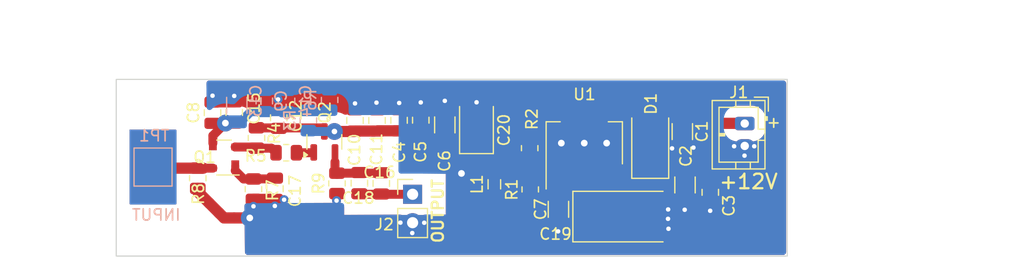
<source format=kicad_pcb>
(kicad_pcb (version 20241229) (generator "pcbnew") (generator_version "9.0")
  (layers (0 "F.Cu" signal) (2 "B.Cu" signal) (13 "F.Paste" user) (15 "B.Paste" user) (5 "F.SilkS" user "F.Silkscreen") (7 "B.SilkS" user "B.Silkscreen") (1 "F.Mask" user) (3 "B.Mask" user) (25 "Edge.Cuts" user))
  (net 0 "")
  (net 1 "GND")
  (net 2 "+12V")
  (net 3 "+11.4V")
  (net 4 "Net-(U1-ADJ)")
  (net 5 "Net-(Q1-G1)")
  (net 6 "Net-(J2-Pin_1)")
  (net 7 "Net-(Q2-E)")
  (net 8 "Net-(Q1-S)")
  (net 9 "Net-(Q1-D)")
  (net 10 "Net-(Q1-G2)")
  (net 11 "Net-(Q2-B)")
  (net 12 "+8V")
  (net 13 "Net-(U1-VO)")
  (footprint "Inductor_SMD:L_0805_2012Metric_Pad1.05x1.20mm_HandSolder" (layer "F.Cu") (at 166.32 103.54 90)
    (property "Reference" "L1" (at 0 -1.55 90) (layer "F.SilkS"))
    (property "Value" "2u")
    (fp_line (start -0.410242 -0.56) (end 0.410242 -0.56) (stroke (width 0.12)) (layer "F.SilkS"))
    (fp_line (start -0.410242 0.56) (end 0.410242 0.56) (stroke (width 0.12)) (layer "F.SilkS"))
    (pad "1" smd roundrect (at -1.15 0 90) (size 1.05 1.2) (layers "F.Cu" "F.Mask" "F.Paste") (roundrect_rratio 0.238095) (net 13 "Net-(U1-VO)"))
    (pad "2" smd roundrect (at 1.15 0 90) (size 1.05 1.2) (layers "F.Cu" "F.Mask" "F.Paste") (roundrect_rratio 0.238095) (net 12 "+8V"))
  )
  (footprint "Capacitor_SMD:C_1206_3216Metric" (layer "F.Cu") (at 172.05 105.78 -90)
    (property "Reference" "C7" (at 0 1.6 90) (layer "F.SilkS"))
    (property "Value" "10u/12V")
    (fp_line (start -0.711252 0.91) (end 0.711252 0.91) (stroke (width 0.12)) (layer "F.SilkS"))
    (fp_line (start -0.711252 -0.91) (end 0.711252 -0.91) (stroke (width 0.12)) (layer "F.SilkS"))
    (pad "1" smd roundrect (at -1.475 0 270) (size 1.15 1.8) (layers "F.Cu" "F.Mask" "F.Paste") (roundrect_rratio 0.2173913043) (net 4 "Net-(U1-ADJ)"))
    (pad "2" smd roundrect (at 1.475 0 270) (size 1.15 1.8) (layers "F.Cu" "F.Mask" "F.Paste") (roundrect_rratio 0.2173913043) (net 1 "GND"))
  )
  (footprint "Resistor_SMD:R_0805_2012Metric" (layer "F.Cu") (at 147.71 100.72 180)
    (property "Reference" "R5" (at 2.73 -0.28 0) (layer "F.SilkS"))
    (property "Value" "22")
    (fp_line (start -0.227064 0.735) (end 0.227064 0.735) (stroke (width 0.12)) (layer "F.SilkS"))
    (fp_line (start -0.227064 -0.735) (end 0.227064 -0.735) (stroke (width 0.12)) (layer "F.SilkS"))
    (pad "1" smd roundrect (at -0.9125 0 180) (size 1.025 1.4) (layers "F.Cu" "F.Mask" "F.Paste") (roundrect_rratio 0.243902439) (net 11 "Net-(Q2-B)"))
    (pad "2" smd roundrect (at 0.9125 0 180) (size 1.025 1.4) (layers "F.Cu" "F.Mask" "F.Paste") (roundrect_rratio 0.243902439) (net 9 "Net-(Q1-D)"))
  )
  (footprint "Capacitor_SMD:C_0805_2012Metric" (layer "F.Cu") (at 155.83 97.83 90)
    (property "Reference" "C11" (at -2.58 -0.05 90) (layer "F.SilkS"))
    (property "Value" "100n")
    (fp_line (start -0.261252 -0.735) (end 0.261252 -0.735) (stroke (width 0.12)) (layer "F.SilkS"))
    (fp_line (start -0.261252 0.735) (end 0.261252 0.735) (stroke (width 0.12)) (layer "F.SilkS"))
    (pad "1" smd roundrect (at -0.95 0 90) (size 1 1.45) (layers "F.Cu" "F.Mask" "F.Paste") (net 12 "+8V"))
    (pad "2" smd roundrect (at 0.95 0 90) (size 1 1.45) (layers "F.Cu" "F.Mask" "F.Paste") (net 1 "GND"))
  )
  (footprint "Package_TO_SOT_SMD:SOT-223-3_TabPin2" (layer "F.Cu") (at 174.36 99.86 90)
    (property "Reference" "U1" (at 4.36 0.02 0) (layer "F.SilkS"))
    (property "Value" "AMS1117")
    (fp_line (start 1.91 -3.41) (end 1.91 -2.15) (stroke (width 0.12)) (layer "F.SilkS"))
    (fp_line (start -4.1 -3.41) (end 1.91 -3.41) (stroke (width 0.12)) (layer "F.SilkS"))
    (fp_line (start 1.91 3.41) (end 1.91 2.15) (stroke (width 0.12)) (layer "F.SilkS"))
    (fp_line (start -1.85 3.41) (end 1.91 3.41) (stroke (width 0.12)) (layer "F.SilkS"))
    (pad "1" smd rect (at -3.15 -2.3 90) (size 2 1.5) (layers "F.Cu" "F.Mask" "F.Paste") (net 4 "Net-(U1-ADJ)"))
    (pad "2" smd rect (at -3.15 0 90) (size 2 1.5) (layers "F.Cu" "F.Mask" "F.Paste") (net 13 "Net-(U1-VO)"))
    (pad "2" smd rect (at 3.15 0 90) (size 2 3.8) (layers "F.Cu" "F.Mask" "F.Paste") (net 13 "Net-(U1-VO)"))
    (pad "3" smd rect (at -3.15 2.3 90) (size 2 1.5) (layers "F.Cu" "F.Mask" "F.Paste") (net 3 "+11.4V"))
  )
  (footprint "Capacitor_SMD:C_0805_2012Metric" (layer "F.Cu") (at 146.7 103.94 -90)
    (property "Reference" "C17" (at 0.2 -1.8 90) (layer "F.SilkS"))
    (property "Value" "100n")
    (fp_line (start -0.261252 0.735) (end 0.261252 0.735) (stroke (width 0.12)) (layer "F.SilkS"))
    (fp_line (start -0.261252 -0.735) (end 0.261252 -0.735) (stroke (width 0.12)) (layer "F.SilkS"))
    (pad "1" smd roundrect (at -0.95 0 270) (size 1 1.45) (layers "F.Cu" "F.Mask" "F.Paste") (net 8 "Net-(Q1-S)"))
    (pad "2" smd roundrect (at 0.95 0 270) (size 1 1.45) (layers "F.Cu" "F.Mask" "F.Paste") (net 1 "GND"))
  )
  (footprint "Capacitor_SMD:C_0805_2012Metric" (layer "F.Cu") (at 141.12 97.14 90)
    (property "Reference" "C8" (at 0 -1.71 90) (layer "F.SilkS"))
    (property "Value" "10n")
    (fp_line (start -0.261252 -0.735) (end 0.261252 -0.735) (stroke (width 0.12)) (layer "F.SilkS"))
    (fp_line (start -0.261252 0.735) (end 0.261252 0.735) (stroke (width 0.12)) (layer "F.SilkS"))
    (pad "1" smd roundrect (at -0.95 0 90) (size 1 1.45) (layers "F.Cu" "F.Mask" "F.Paste") (net 10 "Net-(Q1-G2)"))
    (pad "2" smd roundrect (at 0.95 0 90) (size 1 1.45) (layers "F.Cu" "F.Mask" "F.Paste") (net 1 "GND"))
  )
  (footprint "Capacitor_Tantalum_SMD:CP_EIA-3528-12_Kemet-T" (layer "F.Cu") (at 164.72 98.3375 90)
    (property "Reference" "C20" (at -0.355 2.46 90) (layer "F.SilkS"))
    (property "Value" "10u/16V")
    (fp_line (start 1.75 -1.51) (end -2.46 -1.51) (stroke (width 0.12)) (layer "F.SilkS"))
    (fp_line (start -2.46 -1.51) (end -2.46 1.51) (stroke (width 0.12)) (layer "F.SilkS"))
    (fp_line (start -2.46 1.51) (end 1.75 1.51) (stroke (width 0.12)) (layer "F.SilkS"))
    (pad "1" smd roundrect (at -1.5375 0 90) (size 1.325 2.35) (layers "F.Cu" "F.Mask" "F.Paste") (roundrect_rratio 0.188679) (net 12 "+8V"))
    (pad "2" smd roundrect (at 1.5375 0 90) (size 1.325 2.35) (layers "F.Cu" "F.Mask" "F.Paste") (roundrect_rratio 0.188679) (net 1 "GND"))
  )
  (footprint "Resistor_SMD:R_0805_2012Metric" (layer "F.Cu") (at 145.05 99.4 90)
    (property "Reference" "R4" (at 0.41 1.6 90) (layer "F.SilkS"))
    (property "Value" "1k3")
    (fp_line (start -0.227064 -0.735) (end 0.227064 -0.735) (stroke (width 0.12)) (layer "F.SilkS"))
    (fp_line (start -0.227064 0.735) (end 0.227064 0.735) (stroke (width 0.12)) (layer "F.SilkS"))
    (pad "1" smd roundrect (at -0.9125 0 90) (size 1.025 1.4) (layers "F.Cu" "F.Mask" "F.Paste") (roundrect_rratio 0.243902439) (net 9 "Net-(Q1-D)"))
    (pad "2" smd roundrect (at 0.9125 0 90) (size 1.025 1.4) (layers "F.Cu" "F.Mask" "F.Paste") (roundrect_rratio 0.243902439) (net 12 "+8V"))
  )
  (footprint "Package_TO_SOT_SMD:SOT-143" (layer "F.Cu") (at 142.15 101.15 180)
    (property "Reference" "Q1" (at 1.74 0.03 180) (layer "F.SilkS"))
    (property "Value" "BF994S")
    (fp_line (start 0.65 -1.56) (end -1.35 -1.56) (stroke (width 0.12)) (layer "F.SilkS"))
    (fp_line (start -0.65 1.56) (end 0.65 1.56) (stroke (width 0.12)) (layer "F.SilkS"))
    (pad "1" smd rect (at -1 -0.75 180) (size 0.7 1) (layers "F.Cu" "F.Mask" "F.Paste") (net 8 "Net-(Q1-S)"))
    (pad "2" smd rect (at -1 0.95 180) (size 0.7 0.6) (layers "F.Cu" "F.Mask" "F.Paste") (net 9 "Net-(Q1-D)"))
    (pad "3" smd rect (at 1 0.95 180) (size 0.7 0.6) (layers "F.Cu" "F.Mask" "F.Paste") (net 10 "Net-(Q1-G2)"))
    (pad "4" smd rect (at 1 -0.95 180) (size 0.7 0.6) (layers "F.Cu" "F.Mask" "F.Paste") (net 5 "Net-(Q1-G1)"))
  )
  (footprint "Capacitor_SMD:C_1206_3216Metric" (layer "F.Cu") (at 183.13 98.83 -90)
    (property "Reference" "C1" (at -0.01 -1.75 270) (layer "F.SilkS"))
    (property "Value" "100n")
    (fp_line (start -0.711252 0.91) (end 0.711252 0.91) (stroke (width 0.12)) (layer "F.SilkS"))
    (fp_line (start -0.711252 -0.91) (end 0.711252 -0.91) (stroke (width 0.12)) (layer "F.SilkS"))
    (pad "1" smd roundrect (at -1.475 0 270) (size 1.15 1.8) (layers "F.Cu" "F.Mask" "F.Paste") (roundrect_rratio 0.217391) (net 2 "+12V"))
    (pad "2" smd roundrect (at 1.475 0 270) (size 1.15 1.8) (layers "F.Cu" "F.Mask" "F.Paste") (roundrect_rratio 0.217391) (net 1 "GND"))
  )
  (footprint "Capacitor_SMD:C_0805_2012Metric" (layer "F.Cu") (at 154.25 103.44 -90)
    (property "Reference" "C18" (at 1.33 0.09 0) (layer "F.SilkS"))
    (property "Value" "330n")
    (fp_line (start -0.261252 0.735) (end 0.261252 0.735) (stroke (width 0.12)) (layer "F.SilkS"))
    (fp_line (start -0.261252 -0.735) (end 0.261252 -0.735) (stroke (width 0.12)) (layer "F.SilkS"))
    (pad "1" smd roundrect (at -0.95 0 270) (size 1 1.45) (layers "F.Cu" "F.Mask" "F.Paste") (net 7 "Net-(Q2-E)"))
    (pad "2" smd roundrect (at 0.95 0 270) (size 1 1.45) (layers "F.Cu" "F.Mask" "F.Paste") (net 6 "Net-(J2-Pin_1)"))
  )
  (footprint "Connector_PinHeader_2.54mm:PinHeader_1x02_P2.54mm_Vertical" (layer "F.Cu") (at 159.01 104.435)
    (property "Reference" "J2" (at -2.53 2.705 0) (layer "F.SilkS"))
    (property "Value" "Conn_01x02_Female")
    (fp_line (start -1.33 -1.33) (end 0 -1.33) (stroke (width 0.12)) (layer "F.SilkS"))
    (fp_line (start -1.33 0) (end -1.33 -1.33) (stroke (width 0.12)) (layer "F.SilkS"))
    (fp_line (start -1.33 1.27) (end -1.33 3.87) (stroke (width 0.12)) (layer "F.SilkS"))
    (fp_line (start -1.33 1.27) (end 1.33 1.27) (stroke (width 0.12)) (layer "F.SilkS"))
    (fp_line (start -1.33 3.87) (end 1.33 3.87) (stroke (width 0.12)) (layer "F.SilkS"))
    (fp_line (start 1.33 1.27) (end 1.33 3.87) (stroke (width 0.12)) (layer "F.SilkS"))
    (pad "1" thru_hole rect (at 0 0) (size 1.7 1.7) (drill 1) (layers "*.Cu" "*.Mask") (net 6 "Net-(J2-Pin_1)"))
    (pad "2" thru_hole oval (at 0 2.54) (size 1.7 1.7) (drill 1) (layers "*.Cu" "*.Mask") (net 1 "GND"))
  )
  (footprint "Capacitor_SMD:C_0805_2012Metric" (layer "F.Cu") (at 147.04 97.59 90)
    (property "Reference" "C12" (at 0.15 1.53 90) (layer "F.SilkS"))
    (property "Value" "1n")
    (fp_line (start -0.261252 -0.735) (end 0.261252 -0.735) (stroke (width 0.12)) (layer "F.SilkS"))
    (fp_line (start -0.261252 0.735) (end 0.261252 0.735) (stroke (width 0.12)) (layer "F.SilkS"))
    (pad "1" smd roundrect (at -0.95 0 90) (size 1 1.45) (layers "F.Cu" "F.Mask" "F.Paste") (net 12 "+8V"))
    (pad "2" smd roundrect (at 0.95 0 90) (size 1 1.45) (layers "F.Cu" "F.Mask" "F.Paste") (net 1 "GND"))
  )
  (footprint "Capacitor_SMD:C_0805_2012Metric" (layer "F.Cu") (at 159.74 97.81 90)
    (property "Reference" "C5" (at -2.83 -0.03 90) (layer "F.SilkS"))
    (property "Value" "100n")
    (fp_line (start -0.261252 -0.735) (end 0.261252 -0.735) (stroke (width 0.12)) (layer "F.SilkS"))
    (fp_line (start -0.261252 0.735) (end 0.261252 0.735) (stroke (width 0.12)) (layer "F.SilkS"))
    (pad "1" smd roundrect (at -0.95 0 90) (size 1 1.45) (layers "F.Cu" "F.Mask" "F.Paste") (net 12 "+8V"))
    (pad "2" smd roundrect (at 0.95 0 90) (size 1 1.45) (layers "F.Cu" "F.Mask" "F.Paste") (net 1 "GND"))
  )
  (footprint "Capacitor_SMD:C_1206_3216Metric" (layer "F.Cu") (at 183.37 103.6 -90)
    (property "Reference" "C2" (at -2.58 -0.08 90) (layer "F.SilkS"))
    (property "Value" "1u")
    (fp_line (start -0.711252 0.91) (end 0.711252 0.91) (stroke (width 0.12)) (layer "F.SilkS"))
    (fp_line (start -0.711252 -0.91) (end 0.711252 -0.91) (stroke (width 0.12)) (layer "F.SilkS"))
    (pad "1" smd roundrect (at -1.475 0 270) (size 1.15 1.8) (layers "F.Cu" "F.Mask" "F.Paste") (roundrect_rratio 0.2173913043) (net 3 "+11.4V"))
    (pad "2" smd roundrect (at 1.475 0 270) (size 1.15 1.8) (layers "F.Cu" "F.Mask" "F.Paste") (roundrect_rratio 0.2173913043) (net 1 "GND"))
  )
  (footprint "Connector_JST:JST_PH_B2B-PH-K_1x02_P2.00mm_Vertical" (layer "F.Cu") (at 188.71 98.11 -90)
    (property "Reference" "J1" (at -2.79 0.53 180) (layer "F.SilkS"))
    (property "Value" "Conn_01x02_Female")
    (fp_line (start -2.06 2.91) (end 4.06 2.91) (stroke (width 0.12)) (layer "F.SilkS"))
    (fp_line (start 4.06 2.91) (end 4.06 -1.81) (stroke (width 0.12)) (layer "F.SilkS"))
    (fp_line (start -1.45 2.3) (end 3.45 2.3) (stroke (width 0.12)) (layer "F.SilkS"))
    (fp_line (start 0.9 2.3) (end 0.9 1.8) (stroke (width 0.12)) (layer "F.SilkS"))
    (fp_line (start 1 2.3) (end 1 1.8) (stroke (width 0.12)) (layer "F.SilkS"))
    (fp_line (start 3.45 2.3) (end 3.45 -1.2) (stroke (width 0.12)) (layer "F.SilkS"))
    (fp_line (start 0.9 1.8) (end 1.1 1.8) (stroke (width 0.12)) (layer "F.SilkS"))
    (fp_line (start 1.1 1.8) (end 1.1 2.3) (stroke (width 0.12)) (layer "F.SilkS"))
    (fp_line (start -2.06 0.8) (end -1.45 0.8) (stroke (width 0.12)) (layer "F.SilkS"))
    (fp_line (start 4.06 0.8) (end 3.45 0.8) (stroke (width 0.12)) (layer "F.SilkS"))
    (fp_line (start -2.06 -0.5) (end -1.45 -0.5) (stroke (width 0.12)) (layer "F.SilkS"))
    (fp_line (start 4.06 -0.5) (end 3.45 -0.5) (stroke (width 0.12)) (layer "F.SilkS"))
    (fp_line (start -1.45 -1.2) (end -1.45 2.3) (stroke (width 0.12)) (layer "F.SilkS"))
    (fp_line (start 0.5 -1.2) (end -1.45 -1.2) (stroke (width 0.12)) (layer "F.SilkS"))
    (fp_line (start 1.5 -1.2) (end 1.5 -1.81) (stroke (width 0.12)) (layer "F.SilkS"))
    (fp_line (start 3.45 -1.2) (end 1.5 -1.2) (stroke (width 0.12)) (layer "F.SilkS"))
    (fp_line (start -2.06 -1.81) (end -2.06 2.91) (stroke (width 0.12)) (layer "F.SilkS"))
    (fp_line (start -0.3 -1.81) (end -0.3 -2.01) (stroke (width 0.12)) (layer "F.SilkS"))
    (fp_line (start 0.5 -1.81) (end 0.5 -1.2) (stroke (width 0.12)) (layer "F.SilkS"))
    (fp_line (start 4.06 -1.81) (end -2.06 -1.81) (stroke (width 0.12)) (layer "F.SilkS"))
    (fp_line (start -0.3 -1.91) (end -0.6 -1.91) (stroke (width 0.12)) (layer "F.SilkS"))
    (fp_line (start -0.6 -2.01) (end -0.6 -1.81) (stroke (width 0.12)) (layer "F.SilkS"))
    (fp_line (start -0.3 -2.01) (end -0.6 -2.01) (stroke (width 0.12)) (layer "F.SilkS"))
    (fp_line (start -2.36 -2.11) (end -2.36 -0.86) (stroke (width 0.12)) (layer "F.SilkS"))
    (fp_line (start -1.11 -2.11) (end -2.36 -2.11) (stroke (width 0.12)) (layer "F.SilkS"))
    (pad "1" thru_hole roundrect (at 0 0 270) (size 1.2 1.75) (drill 0.75) (layers "*.Cu" "*.Mask") (roundrect_rratio 0.2083333333) (net 2 "+12V"))
    (pad "2" thru_hole oval (at 2 0 270) (size 1.2 1.75) (drill 0.75) (layers "*.Cu" "*.Mask") (net 1 "GND"))
  )
  (footprint "Capacitor_Tantalum_SMD:CP_EIA-7343-43_Kemet-X" (layer "F.Cu") (at 177.7525 106.43)
    (property "Reference" "C19" (at -5.9625 1.56 0) (layer "F.SilkS"))
    (property "Value" "47u/16V")
    (fp_line (start -4.41 -2.26) (end -4.41 2.26) (stroke (width 0.12)) (layer "F.SilkS"))
    (fp_line (start -4.41 2.26) (end 3.65 2.26) (stroke (width 0.12)) (layer "F.SilkS"))
    (fp_line (start 3.65 -2.26) (end -4.41 -2.26) (stroke (width 0.12)) (layer "F.SilkS"))
    (pad "1" smd roundrect (at -3.1125 0) (size 2.075 2.55) (layers "F.Cu" "F.Mask" "F.Paste") (roundrect_rratio 0.120482) (net 13 "Net-(U1-VO)"))
    (pad "2" smd roundrect (at 3.1125 0) (size 2.075 2.55) (layers "F.Cu" "F.Mask" "F.Paste") (roundrect_rratio 0.120482) (net 1 "GND"))
  )
  (footprint "Capacitor_SMD:C_0805_2012Metric" (layer "F.Cu") (at 153.86 97.83 90)
    (property "Reference" "C10" (at -2.63 -0.05 90) (layer "F.SilkS"))
    (property "Value" "1n")
    (fp_line (start -0.261252 -0.735) (end 0.261252 -0.735) (stroke (width 0.12)) (layer "F.SilkS"))
    (fp_line (start -0.261252 0.735) (end 0.261252 0.735) (stroke (width 0.12)) (layer "F.SilkS"))
    (pad "1" smd roundrect (at -0.95 0 90) (size 1 1.45) (layers "F.Cu" "F.Mask" "F.Paste") (net 12 "+8V"))
    (pad "2" smd roundrect (at 0.95 0 90) (size 1 1.45) (layers "F.Cu" "F.Mask" "F.Paste") (net 1 "GND"))
  )
  (footprint "Resistor_SMD:R_0805_2012Metric" (layer "F.Cu") (at 169.48 100.31 90)
    (property "Reference" "R2" (at 2.6 0.2 90) (layer "F.SilkS"))
    (property "Value" "1k3")
    (fp_line (start -0.227064 -0.735) (end 0.227064 -0.735) (stroke (width 0.12)) (layer "F.SilkS"))
    (fp_line (start -0.227064 0.735) (end 0.227064 0.735) (stroke (width 0.12)) (layer "F.SilkS"))
    (pad "1" smd roundrect (at -0.9125 0 90) (size 1.025 1.4) (layers "F.Cu" "F.Mask" "F.Paste") (roundrect_rratio 0.243902439) (net 4 "Net-(U1-ADJ)"))
    (pad "2" smd roundrect (at 0.9125 0 90) (size 1.025 1.4) (layers "F.Cu" "F.Mask" "F.Paste") (roundrect_rratio 0.243902439) (net 1 "GND"))
  )
  (footprint "Capacitor_SMD:C_0805_2012Metric" (layer "F.Cu") (at 157.8 97.82 90)
    (property "Reference" "C4" (at -2.86 0.02 90) (layer "F.SilkS"))
    (property "Value" "4.7u")
    (fp_line (start -0.261252 -0.735) (end 0.261252 -0.735) (stroke (width 0.12)) (layer "F.SilkS"))
    (fp_line (start -0.261252 0.735) (end 0.261252 0.735) (stroke (width 0.12)) (layer "F.SilkS"))
    (pad "1" smd roundrect (at -0.95 0 90) (size 1 1.45) (layers "F.Cu" "F.Mask" "F.Paste") (net 12 "+8V"))
    (pad "2" smd roundrect (at 0.95 0 90) (size 1 1.45) (layers "F.Cu" "F.Mask" "F.Paste") (net 1 "GND"))
  )
  (footprint "Resistor_SMD:R_0805_2012Metric" (layer "F.Cu") (at 139.8 103 90)
    (property "Reference" "R8" (at -1.4 0.05 90) (layer "F.SilkS"))
    (property "Value" "10M")
    (fp_line (start -0.227064 -0.735) (end 0.227064 -0.735) (stroke (width 0.12)) (layer "F.SilkS"))
    (fp_line (start -0.227064 0.735) (end 0.227064 0.735) (stroke (width 0.12)) (layer "F.SilkS"))
    (pad "1" smd roundrect (at -0.9125 0 90) (size 1.025 1.4) (layers "F.Cu" "F.Mask" "F.Paste") (roundrect_rratio 0.243902439) (net 1 "GND"))
    (pad "2" smd roundrect (at 0.9125 0 90) (size 1.025 1.4) (layers "F.Cu" "F.Mask" "F.Paste") (roundrect_rratio 0.243902439) (net 5 "Net-(Q1-G1)"))
  )
  (footprint "Resistor_SMD:R_0805_2012Metric" (layer "F.Cu") (at 152.25 103.46 90)
    (property "Reference" "R9" (at 0 -1.65 90) (layer "F.SilkS"))
    (property "Value" "160")
    (fp_line (start -0.227064 -0.735) (end 0.227064 -0.735) (stroke (width 0.12)) (layer "F.SilkS"))
    (fp_line (start -0.227064 0.735) (end 0.227064 0.735) (stroke (width 0.12)) (layer "F.SilkS"))
    (pad "1" smd roundrect (at -0.9125 0 90) (size 1.025 1.4) (layers "F.Cu" "F.Mask" "F.Paste") (roundrect_rratio 0.243902439) (net 1 "GND"))
    (pad "2" smd roundrect (at 0.9125 0 90) (size 1.025 1.4) (layers "F.Cu" "F.Mask" "F.Paste") (roundrect_rratio 0.243902439) (net 7 "Net-(Q2-E)"))
  )
  (footprint "Resistor_SMD:R_0805_2012Metric" (layer "F.Cu") (at 169.53 104 90)
    (property "Reference" "R1" (at -0.02 -1.65 90) (layer "F.SilkS"))
    (property "Value" "240")
    (fp_line (start -0.227064 -0.735) (end 0.227064 -0.735) (stroke (width 0.12)) (layer "F.SilkS"))
    (fp_line (start -0.227064 0.735) (end 0.227064 0.735) (stroke (width 0.12)) (layer "F.SilkS"))
    (pad "1" smd roundrect (at -0.9125 0 90) (size 1.025 1.4) (layers "F.Cu" "F.Mask" "F.Paste") (roundrect_rratio 0.243902439) (net 13 "Net-(U1-VO)"))
    (pad "2" smd roundrect (at 0.9125 0 90) (size 1.025 1.4) (layers "F.Cu" "F.Mask" "F.Paste") (roundrect_rratio 0.243902439) (net 4 "Net-(U1-ADJ)"))
  )
  (footprint "Capacitor_SMD:C_0805_2012Metric" (layer "F.Cu") (at 156.21 103.46 -90)
    (property "Reference" "C16" (at -0.99 0.16 180) (layer "F.SilkS"))
    (property "Value" "1n")
    (fp_line (start -0.261252 0.735) (end 0.261252 0.735) (stroke (width 0.12)) (layer "F.SilkS"))
    (fp_line (start -0.261252 -0.735) (end 0.261252 -0.735) (stroke (width 0.12)) (layer "F.SilkS"))
    (pad "1" smd roundrect (at -0.95 0 270) (size 1 1.45) (layers "F.Cu" "F.Mask" "F.Paste") (net 7 "Net-(Q2-E)"))
    (pad "2" smd roundrect (at 0.95 0 270) (size 1 1.45) (layers "F.Cu" "F.Mask" "F.Paste") (net 6 "Net-(J2-Pin_1)"))
  )
  (footprint "Resistor_SMD:R_0805_2012Metric" (layer "F.Cu") (at 144.78 103.9775 90)
    (property "Reference" "R7" (at -0.1 1.7 90) (layer "F.SilkS"))
    (property "Value" "51")
    (fp_line (start -0.227064 -0.735) (end 0.227064 -0.735) (stroke (width 0.12)) (layer "F.SilkS"))
    (fp_line (start -0.227064 0.735) (end 0.227064 0.735) (stroke (width 0.12)) (layer "F.SilkS"))
    (pad "1" smd roundrect (at -0.9125 0 90) (size 1.025 1.4) (layers "F.Cu" "F.Mask" "F.Paste") (roundrect_rratio 0.243902439) (net 1 "GND"))
    (pad "2" smd roundrect (at 0.9125 0 90) (size 1.025 1.4) (layers "F.Cu" "F.Mask" "F.Paste") (roundrect_rratio 0.243902439) (net 8 "Net-(Q1-S)"))
  )
  (footprint "Capacitor_SMD:C_1206_3216Metric" (layer "F.Cu") (at 161.89 98.23 90)
    (property "Reference" "C6" (at -3.23 -0.03 90) (layer "F.SilkS"))
    (property "Value" "10u/12V")
    (fp_line (start -0.711252 -0.91) (end 0.711252 -0.91) (stroke (width 0.12)) (layer "F.SilkS"))
    (fp_line (start -0.711252 0.91) (end 0.711252 0.91) (stroke (width 0.12)) (layer "F.SilkS"))
    (pad "1" smd roundrect (at -1.475 0 90) (size 1.15 1.8) (layers "F.Cu" "F.Mask" "F.Paste") (roundrect_rratio 0.2173913043) (net 12 "+8V"))
    (pad "2" smd roundrect (at 1.475 0 90) (size 1.15 1.8) (layers "F.Cu" "F.Mask" "F.Paste") (roundrect_rratio 0.2173913043) (net 1 "GND"))
  )
  (footprint "Capacitor_SMD:C_0805_2012Metric" (layer "F.Cu") (at 143.06 97.12 90)
    (property "Reference" "C15" (at 0.36 1.77 90) (layer "F.SilkS"))
    (property "Value" "1n")
    (fp_line (start -0.261252 -0.735) (end 0.261252 -0.735) (stroke (width 0.12)) (layer "F.SilkS"))
    (fp_line (start -0.261252 0.735) (end 0.261252 0.735) (stroke (width 0.12)) (layer "F.SilkS"))
    (pad "1" smd roundrect (at -0.95 0 90) (size 1 1.45) (layers "F.Cu" "F.Mask" "F.Paste") (net 10 "Net-(Q1-G2)"))
    (pad "2" smd roundrect (at 0.95 0 90) (size 1 1.45) (layers "F.Cu" "F.Mask" "F.Paste") (net 1 "GND"))
  )
  (footprint "Capacitor_SMD:C_0805_2012Metric" (layer "F.Cu") (at 185.63 104.26 -90)
    (property "Reference" "C3" (at 1.2 -1.66 90) (layer "F.SilkS"))
    (property "Value" "100n")
    (fp_line (start -0.261252 0.735) (end 0.261252 0.735) (stroke (width 0.12)) (layer "F.SilkS"))
    (fp_line (start -0.261252 -0.735) (end 0.261252 -0.735) (stroke (width 0.12)) (layer "F.SilkS"))
    (pad "1" smd roundrect (at -0.95 0 270) (size 1 1.45) (layers "F.Cu" "F.Mask" "F.Paste") (net 3 "+11.4V"))
    (pad "2" smd roundrect (at 0.95 0 270) (size 1 1.45) (layers "F.Cu" "F.Mask" "F.Paste") (net 1 "GND"))
  )
  (footprint "Package_TO_SOT_SMD:SOT-23" (layer "F.Cu") (at 151.12 99.7525 90)
    (property "Reference" "Q2" (at 2.6425 0.04 90) (layer "F.SilkS"))
    (property "Value" "BFR93A")
    (fp_line (start 0 -1.56) (end 0.65 -1.56) (stroke (width 0.12)) (layer "F.SilkS"))
    (fp_line (start 0 -1.56) (end -0.65 -1.56) (stroke (width 0.12)) (layer "F.SilkS"))
    (fp_line (start 0 1.56) (end 0.65 1.56) (stroke (width 0.12)) (layer "F.SilkS"))
    (fp_line (start 0 1.56) (end -0.65 1.56) (stroke (width 0.12)) (layer "F.SilkS"))
    (fp_poly (pts (xy -1.1625 -1.51) (xy -1.4025 -1.84) (xy -0.9225 -1.84) (xy -1.1625 -1.51)) (stroke (width 0.12)) (fill yes) (layer "F.SilkS"))
    (pad "1" smd roundrect (at -0.9375 -0.95 90) (size 1.475 0.6) (layers "F.Cu" "F.Mask" "F.Paste") (net 11 "Net-(Q2-B)"))
    (pad "2" smd roundrect (at -0.9375 0.95 90) (size 1.475 0.6) (layers "F.Cu" "F.Mask" "F.Paste") (net 7 "Net-(Q2-E)"))
    (pad "3" smd roundrect (at 0.9375 0 90) (size 1.475 0.6) (layers "F.Cu" "F.Mask" "F.Paste") (net 12 "+8V"))
  )
  (footprint "Diode_SMD:D_SMA" (layer "F.Cu") (at 180.26 99.61 90)
    (property "Reference" "D1" (at 3.27 0.06 90) (layer "F.SilkS"))
    (property "Value" "US1M")
    (fp_line (start -3.4 -1.65) (end 2 -1.65) (stroke (width 0.12)) (layer "F.SilkS"))
    (fp_line (start -3.4 -1.65) (end -3.4 1.65) (stroke (width 0.12)) (layer "F.SilkS"))
    (fp_line (start -3.4 1.65) (end 2 1.65) (stroke (width 0.12)) (layer "F.SilkS"))
    (pad "1" smd rect (at -2 0 90) (size 2.5 1.8) (layers "F.Cu" "F.Mask" "F.Paste") (net 3 "+11.4V"))
    (pad "2" smd rect (at 2 0 90) (size 2.5 1.8) (layers "F.Cu" "F.Mask" "F.Paste") (net 2 "+12V"))
  )
  (footprint "TestPoint:TestPoint_Pad_3.0x3.0mm" (layer "B.Cu") (at 135.8 102 180)
    (property "Reference" "TP1" (at -0.1 2.8 0) (layer "B.SilkS") (effects (justify mirror)))
    (property "Value" "TestPoint_Probe")
    (fp_line (start 1.7 1.7) (end 1.7 -1.7) (stroke (width 0.12)) (layer "B.SilkS"))
    (fp_line (start 1.7 -1.7) (end -1.7 -1.7) (stroke (width 0.12)) (layer "B.SilkS"))
    (fp_line (start -1.7 1.7) (end 1.7 1.7) (stroke (width 0.12)) (layer "B.SilkS"))
    (fp_line (start -1.7 -1.7) (end -1.7 1.7) (stroke (width 0.12)) (layer "B.SilkS"))
    (pad "1" smd rect (at 0 0 180) (size 3 3) (layers "B.Cu" "B.Mask") (net 5 "Net-(Q1-G1)"))
  )
  (footprint "Resistor_SMD:R_0805_2012Metric" (layer "B.Cu") (at 149.69 97.83 -90)
    (property "Reference" "R3" (at 0 1.65 90) (layer "B.SilkS") (effects (justify mirror)))
    (property "Value" "10k")
    (fp_line (start -0.227064 0.735) (end 0.227064 0.735) (stroke (width 0.12)) (layer "B.SilkS"))
    (fp_line (start -0.227064 -0.735) (end 0.227064 -0.735) (stroke (width 0.12)) (layer "B.SilkS"))
    (pad "1" smd roundrect (at -0.9125 0 270) (size 1.025 1.4) (layers "B.Cu" "B.Mask" "B.Paste") (roundrect_rratio 0.243902439) (net 10 "Net-(Q1-G2)"))
    (pad "2" smd roundrect (at 0.9125 0 270) (size 1.025 1.4) (layers "B.Cu" "B.Mask" "B.Paste") (roundrect_rratio 0.243902439) (net 12 "+8V"))
  )
  (footprint "Resistor_SMD:R_0805_2012Metric" (layer "B.Cu") (at 151.59 96 -90)
    (property "Reference" "R6" (at 0 1.7 90) (layer "B.SilkS") (effects (justify mirror)))
    (property "Value" "10k")
    (fp_line (start -0.227064 0.735) (end 0.227064 0.735) (stroke (width 0.12)) (layer "B.SilkS"))
    (fp_line (start -0.227064 -0.735) (end 0.227064 -0.735) (stroke (width 0.12)) (layer "B.SilkS"))
    (pad "1" smd roundrect (at -0.9125 0 270) (size 1.025 1.4) (layers "B.Cu" "B.Mask" "B.Paste") (roundrect_rratio 0.243902439) (net 1 "GND"))
    (pad "2" smd roundrect (at 0.9125 0 270) (size 1.025 1.4) (layers "B.Cu" "B.Mask" "B.Paste") (roundrect_rratio 0.243902439) (net 10 "Net-(Q1-G2)"))
  )
  (footprint "Capacitor_SMD:C_0805_2012Metric" (layer "B.Cu") (at 145.75 96.09 90)
    (property "Reference" "C9" (at 0 1.5 90) (layer "B.SilkS") (effects (justify mirror)))
    (property "Value" "1n")
    (fp_line (start -0.261252 -0.735) (end 0.261252 -0.735) (stroke (width 0.12)) (layer "B.SilkS"))
    (fp_line (start -0.261252 0.735) (end 0.261252 0.735) (stroke (width 0.12)) (layer "B.SilkS"))
    (pad "1" smd roundrect (at -0.95 0 90) (size 1 1.45) (layers "B.Cu" "B.Mask" "B.Paste") (net 10 "Net-(Q1-G2)"))
    (pad "2" smd roundrect (at 0.95 0 90) (size 1 1.45) (layers "B.Cu" "B.Mask" "B.Paste") (net 1 "GND"))
  )
  (footprint "Capacitor_SMD:C_1206_3216Metric" (layer "B.Cu") (at 143.29 96.48 90)
    (property "Reference" "C13" (at 0.4 1.7 90) (layer "B.SilkS") (effects (justify mirror)))
    (property "Value" "10u")
    (fp_line (start -0.711252 -0.91) (end 0.711252 -0.91) (stroke (width 0.12)) (layer "B.SilkS"))
    (fp_line (start -0.711252 0.91) (end 0.711252 0.91) (stroke (width 0.12)) (layer "B.SilkS"))
    (pad "1" smd roundrect (at -1.475 0 90) (size 1.15 1.8) (layers "B.Cu" "B.Mask" "B.Paste") (roundrect_rratio 0.2173913043) (net 10 "Net-(Q1-G2)"))
    (pad "2" smd roundrect (at 1.475 0 90) (size 1.15 1.8) (layers "B.Cu" "B.Mask" "B.Paste") (roundrect_rratio 0.2173913043) (net 1 "GND"))
  )
  (footprint "Capacitor_SMD:C_0805_2012Metric" (layer "B.Cu") (at 147.74 96.1 90)
    (property "Reference" "C14" (at 0 1.7 90) (layer "B.SilkS") (effects (justify mirror)))
    (property "Value" "10n")
    (fp_line (start -0.261252 -0.735) (end 0.261252 -0.735) (stroke (width 0.12)) (layer "B.SilkS"))
    (fp_line (start -0.261252 0.735) (end 0.261252 0.735) (stroke (width 0.12)) (layer "B.SilkS"))
    (pad "1" smd roundrect (at -0.95 0 90) (size 1 1.45) (layers "B.Cu" "B.Mask" "B.Paste") (net 10 "Net-(Q1-G2)"))
    (pad "2" smd roundrect (at 0.95 0 90) (size 1 1.45) (layers "B.Cu" "B.Mask" "B.Paste") (net 1 "GND"))
  )
  (gr_rect (start 133.8 98.75) (end 137.8 105.25) (stroke (width 0.2)) (fill yes) (layer "F.Cu") (net 5))
  (gr_rect (start 133.8 98.75) (end 137.8 105.25) (stroke (width 0.2)) (fill yes) (layer "B.Cu") (net 5))
  (gr_rect (start 132.51 94.16) (end 192.51 109.96) (stroke (width 0.1)) (fill no) (layer "Edge.Cuts"))
  (gr_text "+" (at 191.3 97.98 0) (layer "F.SilkS") (effects (font (size 1 1))))
  (gr_text "+12V" (at 189.05 103.3 0) (layer "F.SilkS") (effects (font (size 1.3 1.3) (thickness 0.2))))
  (gr_text "OUTPUT" (at 161.27 105.93 90) (layer "F.SilkS") (effects (font (size 1 1) (thickness 0.2))))
  (gr_text "INPUT" (at 136.09 106.28 0) (layer "B.SilkS") (effects (font (size 1 1)) (justify mirror)))
  (segment (start 141.12 96.19) (end 141.12 95.62) (width 1) (layer "F.Cu") (net 1))
  (segment (start 143.05 106.55) (end 142.15 106.55) (width 1) (layer "F.Cu") (net 1))
  (segment (start 144.01 106.55) (end 143.05 106.55) (width 1) (layer "F.Cu") (net 1))
  (segment (start 142.15 106.55) (end 141.705 106.105) (width 1) (layer "F.Cu") (net 1))
  (segment (start 139.955 104.355) (end 139.8 104.2) (width 1) (layer "F.Cu") (net 1))
  (segment (start 143.06 96.17) (end 143.06 95.64) (width 1) (layer "F.Cu") (net 1))
  (segment (start 140.82 105.22) (end 139.955 104.355) (width 1) (layer "F.Cu") (net 1))
  (segment (start 146.64 104.89) (end 146.7 104.89) (width 0.5) (layer "F.Cu") (net 1))
  (segment (start 146.7 104.89) (end 146.63 104.96) (width 0.5) (layer "F.Cu") (net 1))
  (segment (start 141.12 96.19) (end 141.14 96.17) (width 1) (layer "F.Cu") (net 1))
  (segment (start 146.63 104.96) (end 146.49 104.96) (width 0.5) (layer "F.Cu") (net 1))
  (segment (start 139.8 104.2) (end 139.8 103.9125) (width 1) (layer "F.Cu") (net 1))
  (segment (start 144.78 104.89) (end 146.64 104.89) (width 1) (layer "F.Cu") (net 1))
  (segment (start 141.14 96.17) (end 143.06 96.17) (width 1) (layer "F.Cu") (net 1))
  (segment (start 144.45 106.55) (end 144.01 106.55) (width 1) (layer "F.Cu") (net 1))
  (segment (start 141.705 106.105) (end 140.82 105.22) (width 1) (layer "F.Cu") (net 1))
  (via (at 146.98 95.95) (size 0.8) (drill 0.4) (layers "F.Cu" "B.Cu") (net 1))
  (via (at 161.89 96.08) (size 0.8) (drill 0.4) (layers "F.Cu" "B.Cu") (net 1))
  (via (at 185.62 105.91) (size 0.8) (drill 0.4) (layers "F.Cu" "B.Cu") (net 1))
  (via (at 181.89 107.52) (size 0.8) (drill 0.4) (layers "F.Cu" "B.Cu") (net 1))
  (via (at 182.21 100.33) (size 0.8) (drill 0.4) (layers "F.Cu" "B.Cu") (net 1))
  (via (at 184.12 100.26) (size 0.8) (drill 0.4) (layers "F.Cu" "B.Cu") (net 1))
  (via (at 157.81 96.27) (size 0.8) (drill 0.4) (layers "F.Cu" "B.Cu") (net 1))
  (via (at 141.12 95.62) (size 0.8) (drill 0.4) (layers "F.Cu" "B.Cu") (net 1))
  (via (at 160.05 106.98) (size 0.8) (drill 0.4) (layers "F.Cu" "B.Cu") (net 1))
  (via (at 189.56 100.14) (size 0.8) (drill 0.4) (layers "F.Cu" "B.Cu") (net 1))
  (via (at 181.85 106.63) (size 0.8) (drill 0.4) (layers "F.Cu" "B.Cu") (net 1))
  (via (at 172.02 107.75) (size 0.8) (drill 0.4) (layers "F.Cu" "B.Cu") (net 1))
  (via (at 143.06 95.64) (size 0.8) (drill 0.4) (layers "F.Cu" "B.Cu") (net 1))
  (via (at 176.36 99.86) (size 1.5) (drill 0.6) (layers "F.Cu" "B.Cu") (net 1))
  (via (at 155.78 96.24) (size 0.8) (drill 0.4) (layers "F.Cu" "B.Cu") (net 1))
  (via (at 144.45 106.55) (size 1.6) (drill 0.6) (layers "F.Cu" "B.Cu") (net 1))
  (via (at 183.34 105.82) (size 0.8) (drill 0.4) (layers "F.Cu" "B.Cu") (net 1))
  (via (at 152.21 105) (size 0.8) (drill 0.4) (layers "F.Cu" "B.Cu") (net 1))
  (via (at 181.86 105.79) (size 0.8) (drill 0.4) (layers "F.Cu" "B.Cu") (net 1))
  (via (at 157.92 106.97) (size 0.8) (drill 0.4) (layers "F.Cu" "B.Cu") (net 1))
  (via (at 146.69 105.48) (size 0.8) (drill 0.4) (layers "F.Cu" "B.Cu") (net 1))
  (via (at 163.38 102.57) (size 1.6) (drill 0.6) (layers "F.Cu" "B.Cu") (net 1))
  (via (at 158.98 107.9) (size 0.8) (drill 0.4) (layers "F.Cu" "B.Cu") (net 1))
  (via (at 147.52 104.92) (size 0.8) (drill 0.4) (layers "F.Cu" "B.Cu") (net 1))
  (via (at 188.69 100.98) (size 0.8) (drill 0.4) (layers "F.Cu" "B.Cu") (net 1))
  (via (at 144.78 105.51) (size 0.8) (drill 0.4) (layers "F.Cu" "B.Cu") (net 1))
  (via (at 174.36 99.86) (size 1.5) (drill 0.6) (layers "F.Cu" "B.Cu") (net 1))
  (via (at 172.31 99.86) (size 1.5) (drill 0.6) (layers "F.Cu" "B.Cu") (net 1))
  (via (at 187.76 100.14) (size 0.8) (drill 0.4) (layers "F.Cu" "B.Cu") (net 1))
  (via (at 164.73 96.21) (size 0.8) (drill 0.4) (layers "F.Cu" "B.Cu") (net 1))
  (via (at 153.86 96.31) (size 0.8) (drill 0.4) (layers "F.Cu" "B.Cu") (net 1))
  (via (at 159.74 96.22) (size 0.8) (drill 0.4) (layers "F.Cu" "B.Cu") (net 1))
  (segment (start 188.71 98.11) (end 188.69 98.09) (width 1) (layer "F.Cu") (net 2))
  (segment (start 182.96 98.21) (end 183.06 98.11) (width 0.5) (layer "F.Cu") (net 2))
  (segment (start 188.75 98.2) (end 188.66 98.11) (width 1) (layer "F.Cu") (net 2))
  (segment (start 188.69 98.09) (end 180.645 98.09) (width 1) (layer "F.Cu") (net 2))
  (segment (start 180.36 97.71) (end 180.26 97.61) (width 0.5) (layer "F.Cu") (net 2))
  (segment (start 185.63 102.33) (end 185.425 102.125) (width 1) (layer "F.Cu") (net 3))
  (segment (start 185.425 102.125) (end 183.37 102.125) (width 1) (layer "F.Cu") (net 3))
  (segment (start 180.26 102.885) (end 180.26 101.61) (width 1) (layer "F.Cu") (net 3))
  (segment (start 183.37 102.125) (end 181.245 102.125) (width 1) (layer "F.Cu") (net 3))
  (segment (start 176.66 103.01) (end 180.135 103.01) (width 1) (layer "F.Cu") (net 3))
  (segment (start 181.245 102.125) (end 181.24 102.13) (width 1) (layer "F.Cu") (net 3))
  (segment (start 185.63 103.31) (end 185.63 102.33) (width 1) (layer "F.Cu") (net 3))
  (segment (start 180.135 103.01) (end 180.26 102.885) (width 1) (layer "F.Cu") (net 3))
  (segment (start 169.53 103.0875) (end 169.53 101.2725) (width 0.5) (layer "F.Cu") (net 4))
  (segment (start 169.4525 103.01) (end 172.06 103.01) (width 0.5) (layer "F.Cu") (net 4))
  (segment (start 169.53 101.2725) (end 169.48 101.2225) (width 0.5) (layer "F.Cu") (net 4))
  (segment (start 141.15 102.1) (end 140.3 102.1) (width 0.8) (layer "F.Cu") (net 5))
  (segment (start 140.3 102.1) (end 135.9 102.1) (width 1) (layer "F.Cu") (net 5))
  (segment (start 141 102.25) (end 141.15 102.1) (width 0.25) (layer "F.Cu") (net 5))
  (segment (start 154.295 104.435) (end 159.01 104.435) (width 0.8) (layer "F.Cu") (net 6))
  (segment (start 158.985 104.41) (end 159.01 104.435) (width 1) (layer "F.Cu") (net 6))
  (segment (start 152.25 102.5475) (end 156.1725 102.5475) (width 0.8) (layer "F.Cu") (net 7))
  (segment (start 156.21 102.51) (end 156.02 102.7) (width 0.5) (layer "F.Cu") (net 7))
  (segment (start 152.07 102.3675) (end 152.25 102.5475) (width 1) (layer "F.Cu") (net 7))
  (segment (start 152.07 101.54) (end 152.07 102.3675) (width 0.8) (layer "F.Cu") (net 7))
  (segment (start 144.785 103.06) (end 146.71 103.06) (width 0.8) (layer "F.Cu") (net 8))
  (segment (start 143.895 103.065) (end 144.78 103.065) (width 0.8) (layer "F.Cu") (net 8))
  (segment (start 144.78 103.065) (end 144.785 103.06) (width 0.8) (layer "F.Cu") (net 8))
  (segment (start 143.15 101.9) (end 143.15 102.32) (width 0.7) (layer "F.Cu") (net 8))
  (segment (start 143.15 102.32) (end 143.895 103.065) (width 0.8) (layer "F.Cu") (net 8))
  (segment (start 145.05 100.3125) (end 146.39 100.3125) (width 0.8) (layer "F.Cu") (net 9))
  (segment (start 146.39 100.3125) (end 146.7975 100.72) (width 0.8) (layer "F.Cu") (net 9))
  (segment (start 143.15 100.2) (end 143.16 100.21) (width 0.8) (layer "F.Cu") (net 9))
  (segment (start 144.9475 100.21) (end 145.05 100.3125) (width 0.8) (layer "F.Cu") (net 9))
  (segment (start 143.16 100.21) (end 144.9475 100.21) (width 0.8) (layer "F.Cu") (net 9))
  (segment (start 141.15 99.87) (end 141.15 99.19) (width 0.8) (layer "F.Cu") (net 10))
  (segment (start 141.15 99.19) (end 142.27 98.07) (width 0.8) (layer "F.Cu") (net 10))
  (segment (start 141.14 99.88) (end 141.15 99.87) (width 0.7) (layer "F.Cu") (net 10))
  (via (at 142.27 98.07) (size 1.5) (drill 0.6) (layers "F.Cu" "B.Cu") (net 10))
  (segment (start 151.4575 97.05) (end 144.5325 97.05) (width 0.8) (layer "B.Cu") (net 10))
  (segment (start 150.165 96.9025) (end 150.16 96.9075) (width 0.5) (layer "B.Cu") (net 10))
  (segment (start 147.9925 96.9075) (end 147.98 96.92) (width 0.5) (layer "B.Cu") (net 10))
  (segment (start 144.5325 97.05) (end 143.6275 97.955) (width 0.8) (layer "B.Cu") (net 10))
  (segment (start 151.59 96.9125) (end 151.58 96.9025) (width 0.5) (layer "B.Cu") (net 10))
  (segment (start 148.6225 100.72) (end 149.83 100.72) (width 0.8) (layer "F.Cu") (net 11))
  (segment (start 152.02 98.82) (end 152 98.82) (width 0.5) (layer "F.Cu") (net 12))
  (segment (start 153.82 98.82) (end 153.86 98.78) (width 0.5) (layer "F.Cu") (net 12))
  (segment (start 152.02 98.82) (end 153.82 98.82) (width 1) (layer "F.Cu") (net 12))
  (segment (start 151.895 98.77) (end 151.945 98.82) (width 0.5) (layer "F.Cu") (net 12))
  (segment (start 155.868354 98.76) (end 160.031646 98.76) (width 1) (layer "F.Cu") (net 12))
  (segment (start 151.95 98.84) (end 151.76 98.65) (width 0.5) (layer "F.Cu") (net 12))
  (segment (start 161.89 99.705) (end 165.465 99.705) (width 1) (layer "F.Cu") (net 12))
  (segment (start 151.945 98.82) (end 152.02 98.82) (width 0.5) (layer "F.Cu") (net 12))
  (segment (start 152.02 98.82) (end 151.125 98.82) (width 0.5) (layer "F.Cu") (net 12))
  (segment (start 144.97 98.5175) (end 145.0825 98.5175) (width 0.5) (layer "F.Cu") (net 12))
  (segment (start 152.02 98.82) (end 152.02 98.91) (width 0.7) (layer "F.Cu") (net 12))
  (segment (start 166.32 100.56) (end 166.32 102.39) (width 1) (layer "F.Cu") (net 12))
  (segment (start 152 98.84) (end 151.95 98.84) (width 0.5) (layer "F.Cu") (net 12))
  (segment (start 165.465 99.705) (end 166.32 100.56) (width 1) (layer "F.Cu") (net 12))
  (segment (start 152.02 98.91) (end 152.0575 98.9475) (width 0.7) (layer "F.Cu") (net 12))
  (segment (start 145.0275 98.46) (end 144.97 98.5175) (width 0.5) (layer "F.Cu") (net 12))
  (segment (start 151.125 98.82) (end 150.765 98.46) (width 0.5) (layer "F.Cu") (net 12))
  (segment (start 160.061 99.081) (end 160.685 99.705) (width 1) (layer "F.Cu") (net 12))
  (segment (start 153.86 98.78) (end 155.596708 98.78) (width 1) (layer "F.Cu") (net 12))
  (segment (start 145.2275 98.5) (end 150.97 98.5) (width 0.8) (layer "F.Cu") (net 12))
  (segment (start 160.685 99.705) (end 161.89 99.705) (width 1) (layer "F.Cu") (net 12))
  (segment (start 152 98.82) (end 151.86 98.68) (width 0.5) (layer "F.Cu") (net 12))
  (segment (start 152.02 98.82) (end 152 98.84) (width 0.5) (layer "F.Cu") (net 12))
  (via (at 152.02 98.82) (size 1.5) (drill 0.5) (layers "F.Cu" "B.Cu") (net 12))
  (segment (start 150.2475 98.82) (end 150.16 98.7325) (width 0.5) (layer "B.Cu") (net 12))
  (segment (start 152.02 98.82) (end 150.2475 98.82) (width 0.8) (layer "B.Cu") (net 12))
  (segment (start 173.73 105.8) (end 174.55 106.62) (width 0.7) (layer "F.Cu") (net 13))
  (segment (start 174.55 106.62) (end 174.36 106.43) (width 0.7) (layer "F.Cu") (net 13))
  (segment (start 169.3075 104.69) (end 169.53 104.9125) (width 1) (layer "F.Cu") (net 13))
  (segment (start 169.53 104.9125) (end 170.4175 105.8) (width 1) (layer "F.Cu") (net 13))
  (segment (start 166.32 104.69) (end 169.3075 104.69) (width 1) (layer "F.Cu") (net 13))
  (segment (start 170.4175 105.8) (end 173.73 105.8) (width 1) (layer "F.Cu") (net 13))
  (segment (start 174.36 106.43) (end 174.36 103.91) (width 1) (layer "F.Cu") (net 13))
  (segment (start 169.0525 104.9125) (end 169.53 104.9125) (width 0.7) (layer "F.Cu") (net 13))
  (zone (net 0) (net_name "") (layer "F.Cu") (connect_pads (clearance 0)) (min_thickness 0.25)
    (keepout (tracks allowed) (vias allowed) (pads allowed) (copperpour not_allowed) (footprints allowed))
    (fill (thermal_gap 0.5) (thermal_bridge_width 0.5))
    (polygon (pts (xy 147.84 101.73) (xy 151.25 101.73) (xy 151.34 104.52) (xy 147.83 104.52)))
  )
  (zone (net 0) (net_name "") (layer "F.Cu") (connect_pads (clearance 0)) (min_thickness 0.25)
    (keepout (tracks allowed) (vias allowed) (pads allowed) (copperpour not_allowed) (footprints allowed))
    (fill (thermal_gap 0.5) (thermal_bridge_width 0.5))
    (polygon (pts (xy 157.15 100.71) (xy 161.94 100.72) (xy 161.98 102.61) (xy 160.89 102.62) (xy 160.86 103.57) (xy 157.14 103.62)))
  )
  (zone (net 0) (net_name "") (layer "F.Cu") (connect_pads yes (clearance 0)) (min_thickness 0.508)
    (keepout (tracks allowed) (vias allowed) (pads allowed) (copperpour not_allowed) (footprints allowed))
    (fill (thermal_gap 0.508) (thermal_bridge_width 0.508))
    (polygon (pts (xy 141.65 98.4) (xy 143.65 98.4) (xy 143.65 99.4) (xy 143.6 99.45) (xy 141.65 99.45)))
  )
  (zone (net 0) (net_name "") (layers "F.Cu" "B.Cu") (connect_pads yes (clearance 0)) (min_thickness 0.508)
    (keepout (tracks allowed) (vias allowed) (pads allowed) (copperpour not_allowed) (footprints allowed))
    (fill (thermal_gap 0.508) (thermal_bridge_width 0.508))
    (polygon (pts (xy 141.132037 105.53835) (xy 132.37 105.49) (xy 132.16 109.72) (xy 137.74 109.78) (xy 144.02 109.68) (xy 143.970452 105.544658)))
  )
  (zone (net 0) (net_name "") (layers "F.Cu" "B.Cu") (connect_pads yes (clearance 0)) (min_thickness 0.508)
    (keepout (tracks allowed) (vias allowed) (pads allowed) (copperpour not_allowed) (footprints allowed))
    (fill (thermal_gap 0.508) (thermal_bridge_width 0.508))
    (polygon (pts (xy 132.43 98.59) (xy 132.48 93.71) (xy 137.08 93.75) (xy 140.565927 93.737747) (xy 140.62 98.54) (xy 138.54 98.55)))
  )
  (zone (net 1) (net_name "GND") (layers "F.Cu" "B.Cu") (connect_pads yes (clearance 1)) (min_thickness 0.508) (fill yes (thermal_gap 0.508) (thermal_bridge_width 0.508))
    (polygon (pts (xy 193.46 111.02) (xy 131.96 111.02) (xy 131.96 92.87) (xy 193.46 92.87)))
  )
  (zone (net 0) (net_name "") (layers "F.Cu" "B.Cu") (connect_pads (clearance 0)) (min_thickness 0.25)
    (keepout (tracks allowed) (vias allowed) (pads allowed) (copperpour not_allowed) (footprints allowed))
    (fill (thermal_gap 0.5) (thermal_bridge_width 0.5))
    (polygon (pts (xy 160.14 102.59) (xy 161.98 102.61) (xy 161.98 106.255483) (xy 160.13 106.24)))
  )
  (zone (net 0) (net_name "") (layers "F.Cu" "B.Cu") (connect_pads yes (clearance 0)) (min_thickness 0.508)
    (keepout (tracks allowed) (vias allowed) (pads allowed) (copperpour not_allowed) (footprints allowed))
    (fill (thermal_gap 0.508) (thermal_bridge_width 0.508))
    (polygon (pts (xy 137.17 97.41) (xy 157.768808 97.340635) (xy 157.728155 106.255073) (xy 152.89 106.28) (xy 152.89 105.2) (xy 144.62 105.23) (xy 136.928543 105.255754) (xy 137.1 104.55) (xy 137.16 102.25)))
  )
)
</source>
